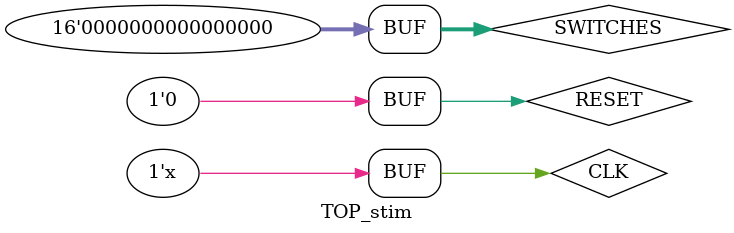
<source format=v>
`timescale 1ns / 1ps


module TOP_stim(
    );
    
    // inputs
    reg CLK;
    reg RESET;
    reg [15:0] SWITCHES;
    
    // outputs
    wire [3:0] SEG_SELECT;
    wire [7:0] LED_OUT;
    wire [15:0] LIGHTS;
    /*
    wire [1:0] INTERRUPTS_RAISE;
    wire [1:0] INTERRUPTS_ACK;
    wire [7:0] RAM_D;
    wire [7:0] RAM_A;
    wire [7:0] BUS_D;
    wire [7:0] BUS_A;
    wire [7:0] CurrS;
    wire [7:0] NextS;
    wire [7:0] PC_Curr;
    wire [7:0] PC_Next;
    wire [7:0] PCoff_curr;
    wire [7:0] PCoff_next;
    wire [7:0] A_Curr;
    wire [7:0] B_Curr;
    wire [7:0] ALU_output;
    */
    
    // inout
    wire CLK_MOUSE;
    wire DATA_MOUSE;
    
    // Instatiate the uut
    TOP uut (
        .CLK(CLK),
        .RESET(RESET),
        .SEG_SELECT(SEG_SELECT),
        .LED_OUT(LED_OUT),
        .LIGHTS(LIGHTS),
        .SWITCHES(SWITCHES),
        /*
        .INTERRUPTS_RAISE(INTERRUPTS_RAISE),
        .INTERRUPTS_ACK(INTERRUPTS_ACK),
        .RAM_D(RAM_D),
        .RAM_A(RAM_A),
        .BUS_D(BUS_D),
        .BUS_A(BUS_A),
        .CurrS(CurrS),
        .NextS(NextS),
        .PC_Curr(PC_Curr),
        .PC_Next(PC_Next),
        .PCoff_curr(PCoff_curr),
        .PCoff_next(PCoff_next),
        .A_Curr(A_Curr),
        .B_Curr(B_Curr),
        .ALU_output(ALU_output),
        */
        
        .CLK_MOUSE(CLK_MOUSE),
        .DATA_MOUSE(DATA_MOUSE)
    );
    
    always begin
        #10 CLK = ~CLK;
    end
    
    /*
    initial begin
        $monitor("Time = %d \t SEG_SELECT = %b \t LED_OUT = %b \t LIGHTS = %b \t INTERRUPTS_RAISE = %b \t INTERRUPTS_ACK = %b \t RAM_D = %b \t RAM_A = %b \t BUS_D = %b \t BUS_A = %b \t CurrS = %b \t NextS = %b \t PC_Curr = %b \t PC_Next = %b \t PCoff_curr = %b \t PCoff_next = %b \t A_Curr = %b \t B_Curr = %b \t ALU_output = %b", $time, SEG_SELECT, LED_OUT, LIGHTS, INTERRUPTS_RAISE, INTERRUPTS_ACK, RAM_D, RAM_A, BUS_D, BUS_A, CurrS, NextS, PC_Curr, PC_Next, PCoff_curr, PCoff_next, A_Curr, B_Curr, ALU_output);
    end
    */
    initial begin
        $monitor("Time = %d \t SEG_SELECT = %b \t LED_OUT = %b \t LIGHTS = %b \t Switches = %b", $time, SEG_SELECT, LED_OUT, LIGHTS, SWITCHES);
    end
    
    initial begin
        // Initialize inputs
        CLK = 0;
        RESET = 0;
        SWITCHES = 0;
        
        $display("Begin");
        #100;
        RESET = 1;
        #100;
        RESET = 0;
        #1000000000;
        $display("End");
    end
        
    
endmodule

</source>
